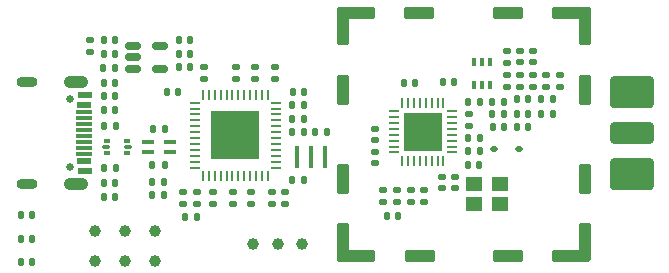
<source format=gts>
G04 #@! TF.GenerationSoftware,KiCad,Pcbnew,9.0.0*
G04 #@! TF.CreationDate,2025-05-06T12:44:32+02:00*
G04 #@! TF.ProjectId,Headless TEF lite,48656164-6c65-4737-9320-544546206c69,v1.0*
G04 #@! TF.SameCoordinates,Original*
G04 #@! TF.FileFunction,Soldermask,Top*
G04 #@! TF.FilePolarity,Negative*
%FSLAX46Y46*%
G04 Gerber Fmt 4.6, Leading zero omitted, Abs format (unit mm)*
G04 Created by KiCad (PCBNEW 9.0.0) date 2025-05-06 12:44:32*
%MOMM*%
%LPD*%
G01*
G04 APERTURE LIST*
G04 Aperture macros list*
%AMRoundRect*
0 Rectangle with rounded corners*
0 $1 Rounding radius*
0 $2 $3 $4 $5 $6 $7 $8 $9 X,Y pos of 4 corners*
0 Add a 4 corners polygon primitive as box body*
4,1,4,$2,$3,$4,$5,$6,$7,$8,$9,$2,$3,0*
0 Add four circle primitives for the rounded corners*
1,1,$1+$1,$2,$3*
1,1,$1+$1,$4,$5*
1,1,$1+$1,$6,$7*
1,1,$1+$1,$8,$9*
0 Add four rect primitives between the rounded corners*
20,1,$1+$1,$2,$3,$4,$5,0*
20,1,$1+$1,$4,$5,$6,$7,0*
20,1,$1+$1,$6,$7,$8,$9,0*
20,1,$1+$1,$8,$9,$2,$3,0*%
G04 Aperture macros list end*
%ADD10RoundRect,0.140000X-0.140000X-0.170000X0.140000X-0.170000X0.140000X0.170000X-0.140000X0.170000X0*%
%ADD11RoundRect,0.135000X-0.135000X-0.185000X0.135000X-0.185000X0.135000X0.185000X-0.135000X0.185000X0*%
%ADD12RoundRect,0.100000X-0.100000X0.225000X-0.100000X-0.225000X0.100000X-0.225000X0.100000X0.225000X0*%
%ADD13C,1.000000*%
%ADD14RoundRect,0.147500X0.147500X0.172500X-0.147500X0.172500X-0.147500X-0.172500X0.147500X-0.172500X0*%
%ADD15RoundRect,0.140000X0.140000X0.170000X-0.140000X0.170000X-0.140000X-0.170000X0.140000X-0.170000X0*%
%ADD16RoundRect,0.135000X0.135000X0.185000X-0.135000X0.185000X-0.135000X-0.185000X0.135000X-0.185000X0*%
%ADD17RoundRect,0.147500X-0.147500X-0.172500X0.147500X-0.172500X0.147500X0.172500X-0.147500X0.172500X0*%
%ADD18RoundRect,0.135000X-0.185000X0.135000X-0.185000X-0.135000X0.185000X-0.135000X0.185000X0.135000X0*%
%ADD19RoundRect,0.062500X0.375000X0.062500X-0.375000X0.062500X-0.375000X-0.062500X0.375000X-0.062500X0*%
%ADD20RoundRect,0.062500X0.062500X0.375000X-0.062500X0.375000X-0.062500X-0.375000X0.062500X-0.375000X0*%
%ADD21R,4.100000X4.100000*%
%ADD22RoundRect,0.140000X-0.170000X0.140000X-0.170000X-0.140000X0.170000X-0.140000X0.170000X0.140000X0*%
%ADD23RoundRect,0.135000X0.185000X-0.135000X0.185000X0.135000X-0.185000X0.135000X-0.185000X-0.135000X0*%
%ADD24R,1.400000X1.200000*%
%ADD25RoundRect,0.147500X0.172500X-0.147500X0.172500X0.147500X-0.172500X0.147500X-0.172500X-0.147500X0*%
%ADD26R,1.100000X0.400000*%
%ADD27RoundRect,0.112500X0.187500X0.112500X-0.187500X0.112500X-0.187500X-0.112500X0.187500X-0.112500X0*%
%ADD28RoundRect,0.150000X-0.512500X-0.150000X0.512500X-0.150000X0.512500X0.150000X-0.512500X0.150000X0*%
%ADD29R,0.400000X1.900000*%
%ADD30C,0.650000*%
%ADD31R,1.275000X0.600000*%
%ADD32R,1.300000X0.600000*%
%ADD33R,1.370000X0.300000*%
%ADD34O,2.100000X1.050000*%
%ADD35O,1.800000X0.900000*%
%ADD36RoundRect,0.250000X-1.595000X-0.640000X1.595000X-0.640000X1.595000X0.640000X-1.595000X0.640000X0*%
%ADD37RoundRect,0.250000X-1.595000X-1.082500X1.595000X-1.082500X1.595000X1.082500X-1.595000X1.082500X0*%
%ADD38RoundRect,0.150000X0.350000X-1.500000X0.350000X1.500000X-0.350000X1.500000X-0.350000X-1.500000X0*%
%ADD39RoundRect,0.150000X-0.350000X1.150000X-0.350000X-1.150000X0.350000X-1.150000X0.350000X1.150000X0*%
%ADD40RoundRect,0.150000X1.500000X0.350000X-1.500000X0.350000X-1.500000X-0.350000X1.500000X-0.350000X0*%
%ADD41RoundRect,0.150000X-1.500000X-0.350000X1.500000X-0.350000X1.500000X0.350000X-1.500000X0.350000X0*%
%ADD42RoundRect,0.150000X-1.150000X-0.350000X1.150000X-0.350000X1.150000X0.350000X-1.150000X0.350000X0*%
%ADD43RoundRect,0.150000X-0.350000X1.500000X-0.350000X-1.500000X0.350000X-1.500000X0.350000X1.500000X0*%
%ADD44R,3.300000X3.300000*%
%ADD45RoundRect,0.147500X-0.172500X0.147500X-0.172500X-0.147500X0.172500X-0.147500X0.172500X0.147500X0*%
%ADD46RoundRect,0.093750X-0.156250X-0.093750X0.156250X-0.093750X0.156250X0.093750X-0.156250X0.093750X0*%
%ADD47RoundRect,0.075000X-0.250000X-0.075000X0.250000X-0.075000X0.250000X0.075000X-0.250000X0.075000X0*%
%ADD48RoundRect,0.140000X0.170000X-0.140000X0.170000X0.140000X-0.170000X0.140000X-0.170000X-0.140000X0*%
G04 APERTURE END LIST*
D10*
G04 #@! TO.C,C1*
X121727800Y-67890200D03*
X122687800Y-67890200D03*
G04 #@! TD*
D11*
G04 #@! TO.C,R3*
X121664000Y-56968200D03*
X122684000Y-56968200D03*
G04 #@! TD*
G04 #@! TO.C,R25*
X125812600Y-67788600D03*
X126832600Y-67788600D03*
G04 #@! TD*
D12*
G04 #@! TO.C,D1*
X154387400Y-56504600D03*
X153737400Y-56504600D03*
X153087400Y-56504600D03*
X153087400Y-58404600D03*
X153737400Y-58404600D03*
X154387400Y-58404600D03*
G04 #@! TD*
D13*
G04 #@! TO.C,TP8*
X126043200Y-73300400D03*
G04 #@! TD*
D14*
G04 #@! TO.C,FB3*
X138671800Y-59051000D03*
X137701800Y-59051000D03*
G04 #@! TD*
D10*
G04 #@! TO.C,C6*
X147089800Y-58222200D03*
X148049800Y-58222200D03*
G04 #@! TD*
D15*
G04 #@! TO.C,C19*
X122687800Y-58238200D03*
X121727800Y-58238200D03*
G04 #@! TD*
D16*
G04 #@! TO.C,R4*
X159742200Y-60924200D03*
X158722200Y-60924200D03*
G04 #@! TD*
D10*
G04 #@! TO.C,C24*
X137679000Y-61286200D03*
X138639000Y-61286200D03*
G04 #@! TD*
D13*
G04 #@! TO.C,TP4*
X120963200Y-70760400D03*
G04 #@! TD*
D15*
G04 #@! TO.C,C34*
X155599400Y-61991000D03*
X154639400Y-61991000D03*
G04 #@! TD*
D17*
G04 #@! TO.C,FB2*
X127029000Y-59051000D03*
X127999000Y-59051000D03*
G04 #@! TD*
D18*
G04 #@! TO.C,R13*
X146507200Y-67308000D03*
X146507200Y-68328000D03*
G04 #@! TD*
D19*
G04 #@! TO.C,U3*
X136296400Y-65427800D03*
X136296400Y-64927800D03*
X136296400Y-64427800D03*
X136296400Y-63927800D03*
X136296400Y-63427800D03*
X136296400Y-62927800D03*
X136296400Y-62427800D03*
X136296400Y-61927800D03*
X136296400Y-61427800D03*
X136296400Y-60927800D03*
X136296400Y-60427800D03*
X136296400Y-59927800D03*
D20*
X135608900Y-59240300D03*
X135108900Y-59240300D03*
X134608900Y-59240300D03*
X134108900Y-59240300D03*
X133608900Y-59240300D03*
X133108900Y-59240300D03*
X132608900Y-59240300D03*
X132108900Y-59240300D03*
X131608900Y-59240300D03*
X131108900Y-59240300D03*
X130608900Y-59240300D03*
X130108900Y-59240300D03*
D19*
X129421400Y-59927800D03*
X129421400Y-60427800D03*
X129421400Y-60927800D03*
X129421400Y-61427800D03*
X129421400Y-61927800D03*
X129421400Y-62427800D03*
X129421400Y-62927800D03*
X129421400Y-63427800D03*
X129421400Y-63927800D03*
X129421400Y-64427800D03*
X129421400Y-64927800D03*
X129421400Y-65427800D03*
D20*
X130108900Y-66115300D03*
X130608900Y-66115300D03*
X131108900Y-66115300D03*
X131608900Y-66115300D03*
X132108900Y-66115300D03*
X132608900Y-66115300D03*
X133108900Y-66115300D03*
X133608900Y-66115300D03*
X134108900Y-66115300D03*
X134608900Y-66115300D03*
X135108900Y-66115300D03*
X135608900Y-66115300D03*
D21*
X132858900Y-62677800D03*
G04 #@! TD*
D22*
G04 #@! TO.C,C7*
X159183400Y-57622400D03*
X159183400Y-58582400D03*
G04 #@! TD*
D15*
G04 #@! TO.C,C13*
X122687800Y-66772600D03*
X121727800Y-66772600D03*
G04 #@! TD*
D13*
G04 #@! TO.C,TP9*
X126043200Y-70760400D03*
G04 #@! TD*
D10*
G04 #@! TO.C,C11*
X152584600Y-59857400D03*
X153544600Y-59857400D03*
G04 #@! TD*
D23*
G04 #@! TO.C,R20*
X128456200Y-68524800D03*
X128456200Y-67504800D03*
G04 #@! TD*
D24*
G04 #@! TO.C,Y1*
X155271800Y-66830600D03*
X153071800Y-66830600D03*
X153071800Y-68530600D03*
X155271800Y-68530600D03*
G04 #@! TD*
D25*
G04 #@! TO.C,L5*
X152630200Y-61894200D03*
X152630200Y-60924200D03*
G04 #@! TD*
D10*
G04 #@! TO.C,C16*
X154611400Y-59857400D03*
X155571400Y-59857400D03*
G04 #@! TD*
D17*
G04 #@! TO.C,D5*
X114684600Y-73439600D03*
X115654600Y-73439600D03*
G04 #@! TD*
D13*
G04 #@! TO.C,TP5*
X123503200Y-73300400D03*
G04 #@! TD*
D10*
G04 #@! TO.C,C21*
X150438400Y-58220800D03*
X151398400Y-58220800D03*
G04 #@! TD*
D18*
G04 #@! TO.C,R19*
X130970800Y-67504600D03*
X130970800Y-68524600D03*
G04 #@! TD*
D23*
G04 #@! TO.C,R6*
X156948200Y-58612400D03*
X156948200Y-57592400D03*
G04 #@! TD*
D26*
G04 #@! TO.C,FL1*
X127359000Y-63273800D03*
X125459000Y-63273800D03*
X127359000Y-64073800D03*
X125459000Y-64073800D03*
G04 #@! TD*
D15*
G04 #@! TO.C,C3*
X157654200Y-59603400D03*
X156694200Y-59603400D03*
G04 #@! TD*
D14*
G04 #@! TO.C,L4*
X157659400Y-61991000D03*
X156689400Y-61991000D03*
G04 #@! TD*
D10*
G04 #@! TO.C,C28*
X128613800Y-69617400D03*
X129573800Y-69617400D03*
G04 #@! TD*
G04 #@! TO.C,C32*
X128044000Y-55778400D03*
X129004000Y-55778400D03*
G04 #@! TD*
D22*
G04 #@! TO.C,C8*
X160301000Y-57622400D03*
X160301000Y-58582400D03*
G04 #@! TD*
D23*
G04 #@! TO.C,R11*
X132613400Y-68524600D03*
X132613400Y-67504600D03*
G04 #@! TD*
D18*
G04 #@! TO.C,R14*
X145389600Y-67308000D03*
X145389600Y-68328000D03*
G04 #@! TD*
D11*
G04 #@! TO.C,R2*
X121697800Y-65451800D03*
X122717800Y-65451800D03*
G04 #@! TD*
D27*
G04 #@! TO.C,D2*
X156829800Y-63819800D03*
X154729800Y-63819800D03*
G04 #@! TD*
D18*
G04 #@! TO.C,R8*
X136228600Y-56915400D03*
X136228600Y-57935400D03*
G04 #@! TD*
G04 #@! TO.C,R23*
X120573800Y-54582600D03*
X120573800Y-55602600D03*
G04 #@! TD*
D13*
G04 #@! TO.C,TP6*
X123503200Y-70760400D03*
G04 #@! TD*
D28*
G04 #@! TO.C,U4*
X124217000Y-55154600D03*
X124217000Y-56104600D03*
X124217000Y-57054600D03*
X126492000Y-57054600D03*
X126492000Y-55154600D03*
G04 #@! TD*
D11*
G04 #@! TO.C,R1*
X121697800Y-61895800D03*
X122717800Y-61895800D03*
G04 #@! TD*
D25*
G04 #@! TO.C,L3*
X155830600Y-56532400D03*
X155830600Y-55562400D03*
G04 #@! TD*
D29*
G04 #@! TO.C,Y2*
X138045000Y-64537400D03*
X139245000Y-64537400D03*
X140445000Y-64537400D03*
G04 #@! TD*
D13*
G04 #@! TO.C,TP1*
X138463800Y-71903400D03*
G04 #@! TD*
D25*
G04 #@! TO.C,L1*
X158065800Y-58587400D03*
X158065800Y-57617400D03*
G04 #@! TD*
D11*
G04 #@! TO.C,R5*
X158724200Y-59603400D03*
X159744200Y-59603400D03*
G04 #@! TD*
G04 #@! TO.C,R24*
X125812600Y-66671000D03*
X126832600Y-66671000D03*
G04 #@! TD*
D10*
G04 #@! TO.C,C33*
X128044000Y-56917400D03*
X129004000Y-56917400D03*
G04 #@! TD*
D23*
G04 #@! TO.C,R17*
X137083800Y-68524600D03*
X137083800Y-67504600D03*
G04 #@! TD*
D14*
G04 #@! TO.C,FB4*
X129009000Y-54631400D03*
X128039000Y-54631400D03*
G04 #@! TD*
D30*
G04 #@! TO.C,J1*
X118855000Y-59610000D03*
X118855000Y-65390000D03*
D31*
X120087500Y-59300000D03*
D32*
X120075000Y-60100000D03*
D33*
X120040000Y-61250000D03*
X120040000Y-62250000D03*
X120040000Y-62750000D03*
X120040000Y-63750000D03*
D31*
X120087500Y-65700000D03*
D32*
X120075000Y-64900000D03*
D33*
X120040000Y-64250000D03*
X120040000Y-63250000D03*
X120040000Y-61750000D03*
X120040000Y-60750000D03*
D34*
X119355000Y-58180000D03*
X119355000Y-66820000D03*
D35*
X115175000Y-58180000D03*
X115175000Y-66820000D03*
G04 #@! TD*
D22*
G04 #@! TO.C,C27*
X130183400Y-56945400D03*
X130183400Y-57905400D03*
G04 #@! TD*
D36*
G04 #@! TO.C,J2*
X166426200Y-62500000D03*
D37*
X166426200Y-59007500D03*
X166426200Y-65992500D03*
G04 #@! TD*
D15*
G04 #@! TO.C,C4*
X153539400Y-64050800D03*
X152579400Y-64050800D03*
G04 #@! TD*
D38*
G04 #@! TO.C,J3*
X141925324Y-53459566D03*
D39*
X141925324Y-58851000D03*
X141925324Y-66351000D03*
D38*
X141925324Y-71751000D03*
D40*
X143073890Y-72901676D03*
D41*
X143076000Y-52311000D03*
D42*
X148415324Y-52311000D03*
X148475324Y-72891000D03*
X155915324Y-52311000D03*
X155975324Y-72891000D03*
D41*
X161265324Y-52311000D03*
D40*
X161265324Y-72901676D03*
D43*
X162416000Y-53459566D03*
D39*
X162416000Y-58881000D03*
X162416000Y-66381000D03*
D43*
X162416000Y-71751000D03*
G04 #@! TD*
D15*
G04 #@! TO.C,C35*
X155576600Y-60924200D03*
X154616600Y-60924200D03*
G04 #@! TD*
D13*
G04 #@! TO.C,TP2*
X134383000Y-71903400D03*
G04 #@! TD*
D18*
G04 #@! TO.C,R9*
X132875800Y-56915400D03*
X132875800Y-57935400D03*
G04 #@! TD*
D22*
G04 #@! TO.C,C9*
X151468600Y-66235400D03*
X151468600Y-67195400D03*
G04 #@! TD*
D11*
G04 #@! TO.C,R22*
X125835600Y-65197800D03*
X126855600Y-65197800D03*
G04 #@! TD*
D23*
G04 #@! TO.C,R10*
X134552200Y-57935400D03*
X134552200Y-56915400D03*
G04 #@! TD*
D17*
G04 #@! TO.C,D3*
X114684600Y-69439600D03*
X115654600Y-69439600D03*
G04 #@! TD*
D19*
G04 #@! TO.C,U1*
X151160300Y-64143200D03*
X151160300Y-63643200D03*
X151160300Y-63143200D03*
X151160300Y-62643200D03*
X151160300Y-62143200D03*
X151160300Y-61643200D03*
X151160300Y-61143200D03*
X151160300Y-60643200D03*
D20*
X150472800Y-59955700D03*
X149972800Y-59955700D03*
X149472800Y-59955700D03*
X148972800Y-59955700D03*
X148472800Y-59955700D03*
X147972800Y-59955700D03*
X147472800Y-59955700D03*
X146972800Y-59955700D03*
D19*
X146285300Y-60643200D03*
X146285300Y-61143200D03*
X146285300Y-61643200D03*
X146285300Y-62143200D03*
X146285300Y-62643200D03*
X146285300Y-63143200D03*
X146285300Y-63643200D03*
X146285300Y-64143200D03*
D20*
X146972800Y-64830700D03*
X147472800Y-64830700D03*
X147972800Y-64830700D03*
X148472800Y-64830700D03*
X148972800Y-64830700D03*
X149472800Y-64830700D03*
X149972800Y-64830700D03*
X150472800Y-64830700D03*
D44*
X148722800Y-62393200D03*
G04 #@! TD*
D10*
G04 #@! TO.C,C22*
X137679000Y-60168600D03*
X138639000Y-60168600D03*
G04 #@! TD*
D13*
G04 #@! TO.C,TP3*
X136423400Y-71903400D03*
G04 #@! TD*
D15*
G04 #@! TO.C,C31*
X157659400Y-60924200D03*
X156699400Y-60924200D03*
G04 #@! TD*
D11*
G04 #@! TO.C,R15*
X139630200Y-62403800D03*
X140650200Y-62403800D03*
G04 #@! TD*
D10*
G04 #@! TO.C,C15*
X121727800Y-60575000D03*
X122687800Y-60575000D03*
G04 #@! TD*
D18*
G04 #@! TO.C,R18*
X134137400Y-67504600D03*
X134137400Y-68524600D03*
G04 #@! TD*
D22*
G04 #@! TO.C,C12*
X156948200Y-55567400D03*
X156948200Y-56527400D03*
G04 #@! TD*
D15*
G04 #@! TO.C,C5*
X153539400Y-62933200D03*
X152579400Y-62933200D03*
G04 #@! TD*
D10*
G04 #@! TO.C,C29*
X121694000Y-54631400D03*
X122654000Y-54631400D03*
G04 #@! TD*
D18*
G04 #@! TO.C,R7*
X148820200Y-67302000D03*
X148820200Y-68322000D03*
G04 #@! TD*
D22*
G04 #@! TO.C,C18*
X144653000Y-64101800D03*
X144653000Y-65061800D03*
G04 #@! TD*
D45*
G04 #@! TO.C,L2*
X155830600Y-57617400D03*
X155830600Y-58587400D03*
G04 #@! TD*
D13*
G04 #@! TO.C,TP7*
X120963200Y-73300400D03*
G04 #@! TD*
D17*
G04 #@! TO.C,FB1*
X121722800Y-59406600D03*
X122692800Y-59406600D03*
G04 #@! TD*
D46*
G04 #@! TO.C,U2*
X121956800Y-63136300D03*
D47*
X121881800Y-63673800D03*
D46*
X121956800Y-64211300D03*
X123656800Y-64211300D03*
D47*
X123731800Y-63673800D03*
D46*
X123656800Y-63136300D03*
G04 #@! TD*
D16*
G04 #@! TO.C,R21*
X126860400Y-62149800D03*
X125840400Y-62149800D03*
G04 #@! TD*
D48*
G04 #@! TO.C,C26*
X129573800Y-68494600D03*
X129573800Y-67534600D03*
G04 #@! TD*
D10*
G04 #@! TO.C,C25*
X137679000Y-66467800D03*
X138639000Y-66467800D03*
G04 #@! TD*
D48*
G04 #@! TO.C,C14*
X144653000Y-63080600D03*
X144653000Y-62120600D03*
G04 #@! TD*
D15*
G04 #@! TO.C,C20*
X146614600Y-69494400D03*
X145654600Y-69494400D03*
G04 #@! TD*
D18*
G04 #@! TO.C,R12*
X147702600Y-67302000D03*
X147702600Y-68322000D03*
G04 #@! TD*
D23*
G04 #@! TO.C,R16*
X135966200Y-68524600D03*
X135966200Y-67504600D03*
G04 #@! TD*
D22*
G04 #@! TO.C,C17*
X158065800Y-55567400D03*
X158065800Y-56527400D03*
G04 #@! TD*
D10*
G04 #@! TO.C,C30*
X121694000Y-55799800D03*
X122654000Y-55799800D03*
G04 #@! TD*
D22*
G04 #@! TO.C,C2*
X150351000Y-66235400D03*
X150351000Y-67195400D03*
G04 #@! TD*
D10*
G04 #@! TO.C,C23*
X137679000Y-62403800D03*
X138639000Y-62403800D03*
G04 #@! TD*
D17*
G04 #@! TO.C,D4*
X114684600Y-71439600D03*
X115654600Y-71439600D03*
G04 #@! TD*
D10*
G04 #@! TO.C,C10*
X152556600Y-65168400D03*
X153516600Y-65168400D03*
G04 #@! TD*
M02*

</source>
